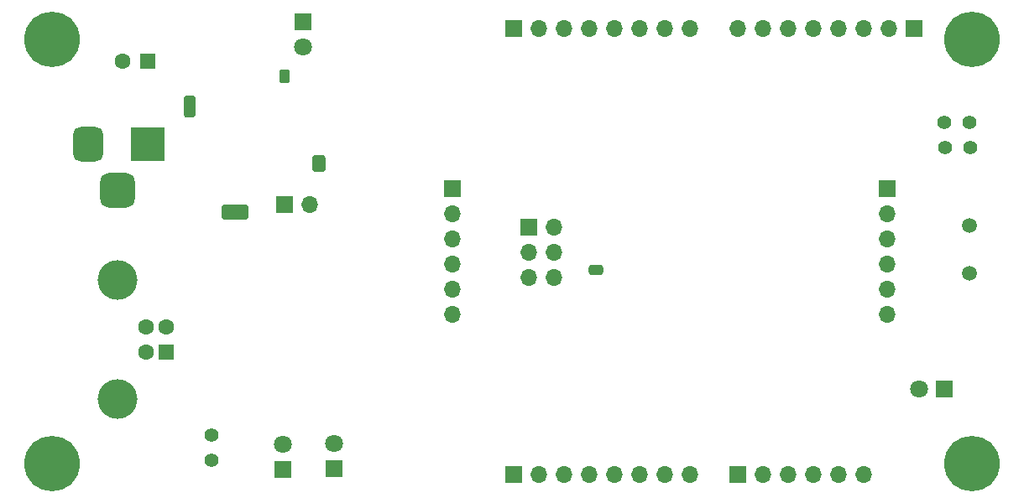
<source format=gbr>
%TF.GenerationSoftware,KiCad,Pcbnew,8.0.4*%
%TF.CreationDate,2024-09-09T16:31:10-03:00*%
%TF.ProjectId,Esquem_tico_V1,45737175-656d-4e17-9469-636f5f56312e,rev?*%
%TF.SameCoordinates,Original*%
%TF.FileFunction,Soldermask,Bot*%
%TF.FilePolarity,Negative*%
%FSLAX46Y46*%
G04 Gerber Fmt 4.6, Leading zero omitted, Abs format (unit mm)*
G04 Created by KiCad (PCBNEW 8.0.4) date 2024-09-09 16:31:10*
%MOMM*%
%LPD*%
G01*
G04 APERTURE LIST*
G04 Aperture macros list*
%AMRoundRect*
0 Rectangle with rounded corners*
0 $1 Rounding radius*
0 $2 $3 $4 $5 $6 $7 $8 $9 X,Y pos of 4 corners*
0 Add a 4 corners polygon primitive as box body*
4,1,4,$2,$3,$4,$5,$6,$7,$8,$9,$2,$3,0*
0 Add four circle primitives for the rounded corners*
1,1,$1+$1,$2,$3*
1,1,$1+$1,$4,$5*
1,1,$1+$1,$6,$7*
1,1,$1+$1,$8,$9*
0 Add four rect primitives between the rounded corners*
20,1,$1+$1,$2,$3,$4,$5,0*
20,1,$1+$1,$4,$5,$6,$7,0*
20,1,$1+$1,$6,$7,$8,$9,0*
20,1,$1+$1,$8,$9,$2,$3,0*%
G04 Aperture macros list end*
%ADD10R,1.800000X1.800000*%
%ADD11C,1.800000*%
%ADD12R,1.700000X1.700000*%
%ADD13O,1.700000X1.700000*%
%ADD14RoundRect,0.250000X0.400000X0.600000X-0.400000X0.600000X-0.400000X-0.600000X0.400000X-0.600000X0*%
%ADD15R,1.600000X1.600000*%
%ADD16C,1.600000*%
%ADD17C,4.000000*%
%ADD18C,1.400000*%
%ADD19RoundRect,0.250000X0.262500X0.450000X-0.262500X0.450000X-0.262500X-0.450000X0.262500X-0.450000X0*%
%ADD20RoundRect,0.250000X0.475000X-0.250000X0.475000X0.250000X-0.475000X0.250000X-0.475000X-0.250000X0*%
%ADD21R,3.500000X3.500000*%
%ADD22RoundRect,0.750000X-0.750000X-1.000000X0.750000X-1.000000X0.750000X1.000000X-0.750000X1.000000X0*%
%ADD23RoundRect,0.875000X-0.875000X-0.875000X0.875000X-0.875000X0.875000X0.875000X-0.875000X0.875000X0*%
%ADD24C,5.600000*%
%ADD25RoundRect,0.250000X1.100000X-0.500000X1.100000X0.500000X-1.100000X0.500000X-1.100000X-0.500000X0*%
%ADD26C,1.500000*%
%ADD27RoundRect,0.250000X0.350000X-0.850000X0.350000X0.850000X-0.350000X0.850000X-0.350000X-0.850000X0*%
G04 APERTURE END LIST*
D10*
%TO.C,D6*%
X128960000Y-109105000D03*
D11*
X128960000Y-106565000D03*
%TD*%
D12*
%TO.C,J9*%
X152200000Y-109620000D03*
D13*
X154740000Y-109620000D03*
X157280000Y-109620000D03*
X159820000Y-109620000D03*
X162360000Y-109620000D03*
X164900000Y-109620000D03*
X167440000Y-109620000D03*
X169980000Y-109620000D03*
%TD*%
D12*
%TO.C,J4*%
X153720000Y-84640000D03*
D13*
X156260000Y-84640000D03*
X153720000Y-87180000D03*
X156260000Y-87180000D03*
X153720000Y-89720000D03*
X156260000Y-89720000D03*
%TD*%
D12*
%TO.C,J8*%
X192575000Y-64620000D03*
D13*
X190035000Y-64620000D03*
X187495000Y-64620000D03*
X184955000Y-64620000D03*
X182415000Y-64620000D03*
X179875000Y-64620000D03*
X177335000Y-64620000D03*
X174795000Y-64620000D03*
%TD*%
D12*
%TO.C,J7*%
X189840000Y-80770000D03*
D13*
X189840000Y-83310000D03*
X189840000Y-85850000D03*
X189840000Y-88390000D03*
X189840000Y-90930000D03*
X189840000Y-93470000D03*
%TD*%
D10*
%TO.C,D8*%
X195620000Y-101050000D03*
D11*
X193080000Y-101050000D03*
%TD*%
D14*
%TO.C,D4*%
X132547500Y-78200000D03*
%TD*%
D12*
%TO.C,J6*%
X146000000Y-80770000D03*
D13*
X146000000Y-83310000D03*
X146000000Y-85850000D03*
X146000000Y-88390000D03*
X146000000Y-90930000D03*
X146000000Y-93470000D03*
%TD*%
D15*
%TO.C,J1*%
X117120000Y-97260000D03*
D16*
X117120000Y-94760000D03*
X115120000Y-94760000D03*
X115120000Y-97260000D03*
D17*
X112260000Y-102010000D03*
X112260000Y-90010000D03*
%TD*%
D18*
%TO.C,JP3*%
X195720000Y-76600000D03*
X198260000Y-76600000D03*
%TD*%
D19*
%TO.C,R2*%
X129107500Y-69420000D03*
%TD*%
D20*
%TO.C,C6*%
X160530000Y-88980000D03*
%TD*%
D18*
%TO.C,JP6*%
X121720000Y-108220000D03*
X121720000Y-105680000D03*
%TD*%
D21*
%TO.C,J2*%
X115280000Y-76260000D03*
D22*
X109280000Y-76260000D03*
D23*
X112280000Y-80960000D03*
%TD*%
D18*
%TO.C,JP4*%
X198210000Y-74070000D03*
X195670000Y-74070000D03*
%TD*%
D24*
%TO.C,REF\u002A\u002A*%
X198449999Y-65720001D03*
%TD*%
D10*
%TO.C,D7*%
X134090000Y-109095000D03*
D11*
X134090000Y-106555000D03*
%TD*%
D24*
%TO.C,REF\u002A\u002A*%
X105650001Y-108519999D03*
%TD*%
D12*
%TO.C,J5*%
X152200000Y-64620000D03*
D13*
X154740000Y-64620000D03*
X157280000Y-64620000D03*
X159820000Y-64620000D03*
X162360000Y-64620000D03*
X164900000Y-64620000D03*
X167440000Y-64620000D03*
X169980000Y-64620000D03*
%TD*%
D10*
%TO.C,D3*%
X130940000Y-63945000D03*
D11*
X130940000Y-66485000D03*
%TD*%
D12*
%TO.C,J10*%
X174800000Y-109620000D03*
D13*
X177340000Y-109620000D03*
X179880000Y-109620000D03*
X182420000Y-109620000D03*
X184960000Y-109620000D03*
X187500000Y-109620000D03*
%TD*%
D25*
%TO.C,D1*%
X124075000Y-83182500D03*
%TD*%
D12*
%TO.C,J3*%
X129065000Y-82400000D03*
D13*
X131605000Y-82400000D03*
%TD*%
D24*
%TO.C,REF\u002A\u002A*%
X198450000Y-108520000D03*
%TD*%
D26*
%TO.C,Y1*%
X198200000Y-89370000D03*
X198200000Y-84490000D03*
%TD*%
D27*
%TO.C,U1*%
X119510000Y-72510000D03*
%TD*%
D15*
%TO.C,C2*%
X115260000Y-67950000D03*
D16*
X112760000Y-67950000D03*
%TD*%
D24*
%TO.C,REF\u002A\u002A*%
X105650000Y-65720000D03*
%TD*%
M02*

</source>
